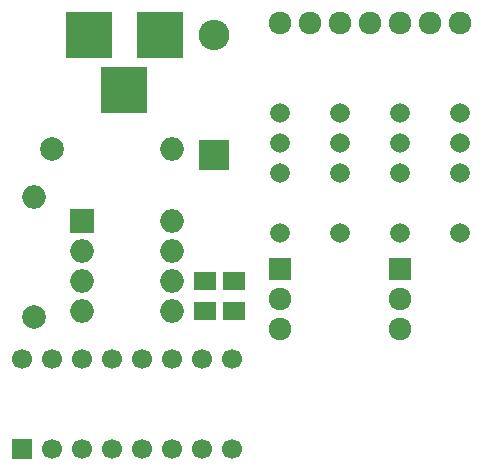
<source format=gts>
G04 #@! TF.GenerationSoftware,KiCad,Pcbnew,(2017-12-24 revision 570866557)-makepkg*
G04 #@! TF.CreationDate,2018-01-07T21:48:38-05:00*
G04 #@! TF.ProjectId,HeadboardDriver,48656164626F6172644472697665722E,rev?*
G04 #@! TF.SameCoordinates,Original*
G04 #@! TF.FileFunction,Soldermask,Top*
G04 #@! TF.FilePolarity,Negative*
%FSLAX46Y46*%
G04 Gerber Fmt 4.6, Leading zero omitted, Abs format (unit mm)*
G04 Created by KiCad (PCBNEW (2017-12-24 revision 570866557)-makepkg) date Sun Jan  7 21:48:38 2018*
%MOMM*%
%LPD*%
G01*
G04 APERTURE LIST*
%ADD10R,1.695400X1.695400*%
%ADD11C,1.695400*%
%ADD12C,1.924000*%
%ADD13R,3.900000X3.900000*%
%ADD14R,1.900000X1.650000*%
%ADD15R,2.600000X2.600000*%
%ADD16O,2.600000X2.600000*%
%ADD17R,2.000000X2.000000*%
%ADD18O,2.000000X2.000000*%
%ADD19C,1.670000*%
%ADD20C,2.000000*%
%ADD21R,1.920000X1.920000*%
%ADD22C,1.920000*%
G04 APERTURE END LIST*
D10*
X145796000Y-109220000D03*
D11*
X148336000Y-109220000D03*
X150876000Y-109220000D03*
X153416000Y-109220000D03*
X155956000Y-109220000D03*
X158496000Y-109220000D03*
X161036000Y-109220000D03*
X163576000Y-109220000D03*
X163576000Y-101600000D03*
X161036000Y-101600000D03*
X158496000Y-101600000D03*
X155956000Y-101600000D03*
X153416000Y-101600000D03*
X150876000Y-101600000D03*
X148336000Y-101600000D03*
X145796000Y-101600000D03*
D12*
X182880000Y-73152000D03*
X180340000Y-73152000D03*
X177800000Y-73152000D03*
X175260000Y-73152000D03*
X172720000Y-73152000D03*
X170180000Y-73152000D03*
X167640000Y-73152000D03*
D13*
X157480000Y-74168000D03*
X151480000Y-74168000D03*
X154480000Y-78868000D03*
D14*
X163810000Y-94996000D03*
X161310000Y-94996000D03*
X161310000Y-97536000D03*
X163810000Y-97536000D03*
D15*
X162052000Y-84328000D03*
D16*
X162052000Y-74168000D03*
D17*
X150876000Y-89916000D03*
D18*
X158496000Y-97536000D03*
X150876000Y-92456000D03*
X158496000Y-94996000D03*
X150876000Y-94996000D03*
X158496000Y-92456000D03*
X150876000Y-97536000D03*
X158496000Y-89916000D03*
D19*
X167640000Y-90957400D03*
X167640000Y-85877400D03*
X167640000Y-83337400D03*
X167640000Y-80797400D03*
X172720000Y-80797400D03*
X172720000Y-83337400D03*
X172720000Y-85877400D03*
X172720000Y-90957400D03*
X182880000Y-90957400D03*
X182880000Y-85877400D03*
X182880000Y-83337400D03*
X182880000Y-80797400D03*
X177800000Y-80797400D03*
X177800000Y-83337400D03*
X177800000Y-85877400D03*
X177800000Y-90957400D03*
D18*
X158496000Y-83820000D03*
D20*
X148336000Y-83820000D03*
X146812000Y-98044000D03*
D18*
X146812000Y-87884000D03*
D21*
X167640000Y-93980000D03*
D22*
X167640000Y-99060000D03*
X167640000Y-96520000D03*
X177800000Y-96520000D03*
X177800000Y-99060000D03*
D21*
X177800000Y-93980000D03*
M02*

</source>
